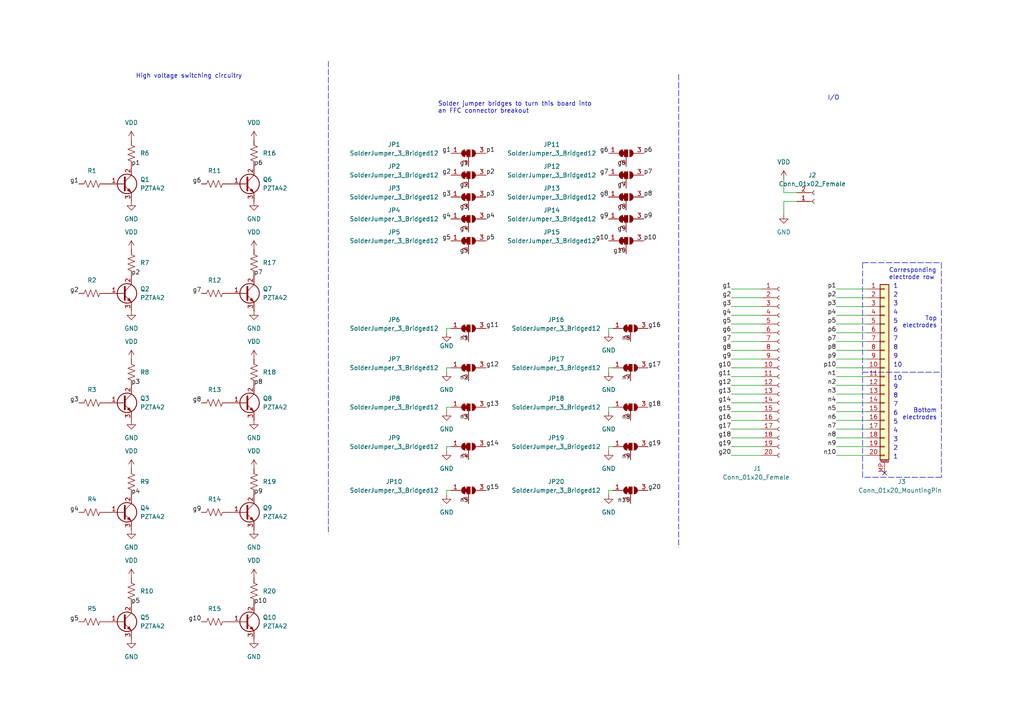
<source format=kicad_sch>
(kicad_sch (version 20211123) (generator eeschema)
  (paper "A4")
  (lib_symbols
    (symbol "Connector:Conn_01x02_Female" (pin_names (offset 1.016) hide)
      (property "Reference" "J" (at 0 2.54 0))
      (property "Value" "Conn_01x02_Female" (at 0 -5.08 0))
      (symbol "Conn_01x02_Female_1_1"
        (arc (start 0 -2.032) (mid -0.508 -2.54) (end 0 -3.048) (stroke (width 0.1524)))
        (polyline (pts (xy -1.27 -2.54) (xy -0.508 -2.54)) (stroke (width 0.1524)))
        (polyline (pts (xy -1.27 0) (xy -0.508 0)) (stroke (width 0.1524)))
        (arc (start 0 0.508) (mid -0.508 0) (end 0 -0.508) (stroke (width 0.1524)))
        (pin passive line (at -5.08 0 0) (length 3.81) (name "Pin_1") (number "1"))
        (pin passive line (at -5.08 -2.54 0) (length 3.81) (name "Pin_2") (number "2"))
      )
    )
    (symbol "Connector:Conn_01x20_Female" (pin_names (offset 1.016) hide)
      (property "Reference" "J" (at 0 25.4 0))
      (property "Value" "Conn_01x20_Female" (at 0 -27.94 0))
      (symbol "Conn_01x20_Female_1_1"
        (arc (start 0 -24.892) (mid -0.508 -25.4) (end 0 -25.908) (stroke (width 0.1524)))
        (arc (start 0 -22.352) (mid -0.508 -22.86) (end 0 -23.368) (stroke (width 0.1524)))
        (arc (start 0 -19.812) (mid -0.508 -20.32) (end 0 -20.828) (stroke (width 0.1524)))
        (arc (start 0 -17.272) (mid -0.508 -17.78) (end 0 -18.288) (stroke (width 0.1524)))
        (arc (start 0 -14.732) (mid -0.508 -15.24) (end 0 -15.748) (stroke (width 0.1524)))
        (arc (start 0 -12.192) (mid -0.508 -12.7) (end 0 -13.208) (stroke (width 0.1524)))
        (arc (start 0 -9.652) (mid -0.508 -10.16) (end 0 -10.668) (stroke (width 0.1524)))
        (arc (start 0 -7.112) (mid -0.508 -7.62) (end 0 -8.128) (stroke (width 0.1524)))
        (arc (start 0 -4.572) (mid -0.508 -5.08) (end 0 -5.588) (stroke (width 0.1524)))
        (arc (start 0 -2.032) (mid -0.508 -2.54) (end 0 -3.048) (stroke (width 0.1524)))
        (polyline (pts (xy -1.27 -25.4) (xy -0.508 -25.4)) (stroke (width 0.1524)))
        (polyline (pts (xy -1.27 -22.86) (xy -0.508 -22.86)) (stroke (width 0.1524)))
        (polyline (pts (xy -1.27 -20.32) (xy -0.508 -20.32)) (stroke (width 0.1524)))
        (polyline (pts (xy -1.27 -17.78) (xy -0.508 -17.78)) (stroke (width 0.1524)))
        (polyline (pts (xy -1.27 -15.24) (xy -0.508 -15.24)) (stroke (width 0.1524)))
        (polyline (pts (xy -1.27 -12.7) (xy -0.508 -12.7)) (stroke (width 0.1524)))
        (polyline (pts (xy -1.27 -10.16) (xy -0.508 -10.16)) (stroke (width 0.1524)))
        (polyline (pts (xy -1.27 -7.62) (xy -0.508 -7.62)) (stroke (width 0.1524)))
        (polyline (pts (xy -1.27 -5.08) (xy -0.508 -5.08)) (stroke (width 0.1524)))
        (polyline (pts (xy -1.27 -2.54) (xy -0.508 -2.54)) (stroke (width 0.1524)))
        (polyline (pts (xy -1.27 0) (xy -0.508 0)) (stroke (width 0.1524)))
        (polyline (pts (xy -1.27 2.54) (xy -0.508 2.54)) (stroke (width 0.1524)))
        (polyline (pts (xy -1.27 5.08) (xy -0.508 5.08)) (stroke (width 0.1524)))
        (polyline (pts (xy -1.27 7.62) (xy -0.508 7.62)) (stroke (width 0.1524)))
        (polyline (pts (xy -1.27 10.16) (xy -0.508 10.16)) (stroke (width 0.1524)))
        (polyline (pts (xy -1.27 12.7) (xy -0.508 12.7)) (stroke (width 0.1524)))
        (polyline (pts (xy -1.27 15.24) (xy -0.508 15.24)) (stroke (width 0.1524)))
        (polyline (pts (xy -1.27 17.78) (xy -0.508 17.78)) (stroke (width 0.1524)))
        (polyline (pts (xy -1.27 20.32) (xy -0.508 20.32)) (stroke (width 0.1524)))
        (polyline (pts (xy -1.27 22.86) (xy -0.508 22.86)) (stroke (width 0.1524)))
        (arc (start 0 0.508) (mid -0.508 0) (end 0 -0.508) (stroke (width 0.1524)))
        (arc (start 0 3.048) (mid -0.508 2.54) (end 0 2.032) (stroke (width 0.1524)))
        (arc (start 0 5.588) (mid -0.508 5.08) (end 0 4.572) (stroke (width 0.1524)))
        (arc (start 0 8.128) (mid -0.508 7.62) (end 0 7.112) (stroke (width 0.1524)))
        (arc (start 0 10.668) (mid -0.508 10.16) (end 0 9.652) (stroke (width 0.1524)))
        (arc (start 0 13.208) (mid -0.508 12.7) (end 0 12.192) (stroke (width 0.1524)))
        (arc (start 0 15.748) (mid -0.508 15.24) (end 0 14.732) (stroke (width 0.1524)))
        (arc (start 0 18.288) (mid -0.508 17.78) (end 0 17.272) (stroke (width 0.1524)))
        (arc (start 0 20.828) (mid -0.508 20.32) (end 0 19.812) (stroke (width 0.1524)))
        (arc (start 0 23.368) (mid -0.508 22.86) (end 0 22.352) (stroke (width 0.1524)))
        (pin passive line (at -5.08 22.86 0) (length 3.81) (name "Pin_1") (number "1"))
        (pin passive line (at -5.08 0 0) (length 3.81) (name "Pin_10") (number "10"))
        (pin passive line (at -5.08 -2.54 0) (length 3.81) (name "Pin_11") (number "11"))
        (pin passive line (at -5.08 -5.08 0) (length 3.81) (name "Pin_12") (number "12"))
        (pin passive line (at -5.08 -7.62 0) (length 3.81) (name "Pin_13") (number "13"))
        (pin passive line (at -5.08 -10.16 0) (length 3.81) (name "Pin_14") (number "14"))
        (pin passive line (at -5.08 -12.7 0) (length 3.81) (name "Pin_15") (number "15"))
        (pin passive line (at -5.08 -15.24 0) (length 3.81) (name "Pin_16") (number "16"))
        (pin passive line (at -5.08 -17.78 0) (length 3.81) (name "Pin_17") (number "17"))
        (pin passive line (at -5.08 -20.32 0) (length 3.81) (name "Pin_18") (number "18"))
        (pin passive line (at -5.08 -22.86 0) (length 3.81) (name "Pin_19") (number "19"))
        (pin passive line (at -5.08 20.32 0) (length 3.81) (name "Pin_2") (number "2"))
        (pin passive line (at -5.08 -25.4 0) (length 3.81) (name "Pin_20") (number "20"))
        (pin passive line (at -5.08 17.78 0) (length 3.81) (name "Pin_3") (number "3"))
        (pin passive line (at -5.08 15.24 0) (length 3.81) (name "Pin_4") (number "4"))
        (pin passive line (at -5.08 12.7 0) (length 3.81) (name "Pin_5") (number "5"))
        (pin passive line (at -5.08 10.16 0) (length 3.81) (name "Pin_6") (number "6"))
        (pin passive line (at -5.08 7.62 0) (length 3.81) (name "Pin_7") (number "7"))
        (pin passive line (at -5.08 5.08 0) (length 3.81) (name "Pin_8") (number "8"))
        (pin passive line (at -5.08 2.54 0) (length 3.81) (name "Pin_9") (number "9"))
      )
    )
    (symbol "Connector_Generic_MountingPin:Conn_01x20_MountingPin" (pin_names (offset 1.016) hide)
      (property "Reference" "J" (at 0 25.4 0))
      (property "Value" "Conn_01x20_MountingPin" (at 1.27 -27.94 0))
      (symbol "Conn_01x20_MountingPin_1_1"
        (rectangle (start -1.27 -25.273) (end 0 -25.527) (stroke (width 0.1524)))
        (rectangle (start -1.27 -22.733) (end 0 -22.987) (stroke (width 0.1524)))
        (rectangle (start -1.27 -20.193) (end 0 -20.447) (stroke (width 0.1524)))
        (rectangle (start -1.27 -17.653) (end 0 -17.907) (stroke (width 0.1524)))
        (rectangle (start -1.27 -15.113) (end 0 -15.367) (stroke (width 0.1524)))
        (rectangle (start -1.27 -12.573) (end 0 -12.827) (stroke (width 0.1524)))
        (rectangle (start -1.27 -10.033) (end 0 -10.287) (stroke (width 0.1524)))
        (rectangle (start -1.27 -7.493) (end 0 -7.747) (stroke (width 0.1524)))
        (rectangle (start -1.27 -4.953) (end 0 -5.207) (stroke (width 0.1524)))
        (rectangle (start -1.27 -2.413) (end 0 -2.667) (stroke (width 0.1524)))
        (rectangle (start -1.27 0.127) (end 0 -0.127) (stroke (width 0.1524)))
        (rectangle (start -1.27 2.667) (end 0 2.413) (stroke (width 0.1524)))
        (rectangle (start -1.27 5.207) (end 0 4.953) (stroke (width 0.1524)))
        (rectangle (start -1.27 7.747) (end 0 7.493) (stroke (width 0.1524)))
        (rectangle (start -1.27 10.287) (end 0 10.033) (stroke (width 0.1524)))
        (rectangle (start -1.27 12.827) (end 0 12.573) (stroke (width 0.1524)))
        (rectangle (start -1.27 15.367) (end 0 15.113) (stroke (width 0.1524)))
        (rectangle (start -1.27 17.907) (end 0 17.653) (stroke (width 0.1524)))
        (rectangle (start -1.27 20.447) (end 0 20.193) (stroke (width 0.1524)))
        (rectangle (start -1.27 22.987) (end 0 22.733) (stroke (width 0.1524)))
        (rectangle (start -1.27 24.13) (end 1.27 -26.67) (stroke (width 0.254)) (fill (type background)))
        (polyline (pts (xy -1.016 -27.432) (xy 1.016 -27.432)) (stroke (width 0.1524)))
        (text "Mounting" (at 0 -27.051 0) (effects (font (size 0.381 0.381))))
        (pin passive line (at -5.08 22.86 0) (length 3.81) (name "Pin_1") (number "1"))
        (pin passive line (at -5.08 0 0) (length 3.81) (name "Pin_10") (number "10"))
        (pin passive line (at -5.08 -2.54 0) (length 3.81) (name "Pin_11") (number "11"))
        (pin passive line (at -5.08 -5.08 0) (length 3.81) (name "Pin_12") (number "12"))
        (pin passive line (at -5.08 -7.62 0) (length 3.81) (name "Pin_13") (number "13"))
        (pin passive line (at -5.08 -10.16 0) (length 3.81) (name "Pin_14") (number "14"))
        (pin passive line (at -5.08 -12.7 0) (length 3.81) (name "Pin_15") (number "15"))
        (pin passive line (at -5.08 -15.24 0) (length 3.81) (name "Pin_16") (number "16"))
        (pin passive line (at -5.08 -17.78 0) (length 3.81) (name "Pin_17") (number "17"))
        (pin passive line (at -5.08 -20.32 0) (length 3.81) (name "Pin_18") (number "18"))
        (pin passive line (at -5.08 -22.86 0) (length 3.81) (name "Pin_19") (number "19"))
        (pin passive line (at -5.08 20.32 0) (length 3.81) (name "Pin_2") (number "2"))
        (pin passive line (at -5.08 -25.4 0) (length 3.81) (name "Pin_20") (number "20"))
        (pin passive line (at -5.08 17.78 0) (length 3.81) (name "Pin_3") (number "3"))
        (pin passive line (at -5.08 15.24 0) (length 3.81) (name "Pin_4") (number "4"))
        (pin passive line (at -5.08 12.7 0) (length 3.81) (name "Pin_5") (number "5"))
        (pin passive line (at -5.08 10.16 0) (length 3.81) (name "Pin_6") (number "6"))
        (pin passive line (at -5.08 7.62 0) (length 3.81) (name "Pin_7") (number "7"))
        (pin passive line (at -5.08 5.08 0) (length 3.81) (name "Pin_8") (number "8"))
        (pin passive line (at -5.08 2.54 0) (length 3.81) (name "Pin_9") (number "9"))
        (pin passive line (at 0 -30.48 90) (length 3.048) (name "MountPin") (number "MP"))
      )
    )
    (symbol "Device:R_US" (pin_numbers hide) (pin_names (offset 0))
      (property "Reference" "R" (at 2.54 0 90))
      (property "Value" "R_US" (at -2.54 0 90))
      (symbol "R_US_0_1"
        (polyline (pts (xy 0 -2.286) (xy 0 -2.54)))
        (polyline (pts (xy 0 2.286) (xy 0 2.54)))
        (polyline (pts (xy 0 -0.762) (xy 1.016 -1.143) (xy 0 -1.524) (xy -1.016 -1.905) (xy 0 -2.286)))
        (polyline (pts (xy 0 0.762) (xy 1.016 0.381) (xy 0 0) (xy -1.016 -0.381) (xy 0 -0.762)))
        (polyline (pts (xy 0 2.286) (xy 1.016 1.905) (xy 0 1.524) (xy -1.016 1.143) (xy 0 0.762)))
      )
      (symbol "R_US_1_1"
        (pin passive line (at 0 3.81 270) (length 1.27) (name "~") (number "1"))
        (pin passive line (at 0 -3.81 90) (length 1.27) (name "~") (number "2"))
      )
    )
    (symbol "Jumper:SolderJumper_3_Bridged12" (pin_names (offset 0) hide)
      (property "Reference" "JP" (at -2.54 -2.54 0))
      (property "Value" "SolderJumper_3_Bridged12" (at 0 2.794 0))
      (symbol "SolderJumper_3_Bridged12_0_1"
        (rectangle (start -1.016 0.508) (end -0.508 -0.508) (fill (type outline)))
        (arc (start -1.016 1.016) (mid -2.032 0) (end -1.016 -1.016))
        (arc (start -1.016 1.016) (mid -2.032 0) (end -1.016 -1.016) (fill (type outline)))
        (rectangle (start -0.508 1.016) (end 0.508 -1.016) (fill (type outline)))
        (polyline (pts (xy -2.54 0) (xy -2.032 0)))
        (polyline (pts (xy -1.016 1.016) (xy -1.016 -1.016)))
        (polyline (pts (xy 0 -1.27) (xy 0 -1.016)))
        (polyline (pts (xy 1.016 1.016) (xy 1.016 -1.016)))
        (polyline (pts (xy 2.54 0) (xy 2.032 0)))
        (arc (start 1.016 -1.016) (mid 2.032 0) (end 1.016 1.016))
        (arc (start 1.016 -1.016) (mid 2.032 0) (end 1.016 1.016) (fill (type outline)))
      )
      (symbol "SolderJumper_3_Bridged12_1_1"
        (pin passive line (at -5.08 0 0) (length 2.54) (name "A") (number "1"))
        (pin passive line (at 0 -3.81 90) (length 2.54) (name "C") (number "2"))
        (pin passive line (at 5.08 0 180) (length 2.54) (name "B") (number "3"))
      )
    )
    (symbol "Transistor_BJT:PZTA42" (pin_names (offset 0) hide)
      (property "Reference" "Q" (at 5.08 1.905 0))
      (property "Value" "PZTA42" (at 5.08 0 0))
      (symbol "PZTA42_0_1"
        (polyline (pts (xy 0 0) (xy 0.635 0)))
        (polyline (pts (xy 2.54 -2.54) (xy 0.635 -0.635)))
        (polyline (pts (xy 2.54 2.54) (xy 0.635 0.635)))
        (polyline (pts (xy 0.635 1.905) (xy 0.635 -1.905) (xy 0.635 -1.905)) (stroke (width 0.508)))
        (polyline (pts (xy 2.286 -2.286) (xy 1.778 -1.778) (xy 1.778 -1.778)))
        (polyline (pts (xy 1.397 -1.905) (xy 1.905 -1.397) (xy 2.413 -2.413) (xy 1.397 -1.905) (xy 1.397 -1.905)) (fill (type outline)))
        (circle (center 1.27 0) (radius 2.8194) (stroke (width 0.254)))
      )
      (symbol "PZTA42_1_1"
        (pin input line (at -5.08 0 0) (length 5.08) (name "B") (number "1"))
        (pin passive line (at 2.54 5.08 270) (length 2.54) (name "C") (number "2"))
        (pin passive line (at 2.54 -5.08 90) (length 2.54) (name "E") (number "3"))
      )
    )
    (symbol "power:GND" (power) (pin_names (offset 0))
      (property "Value" "GND" (at 0 -3.81 0))
      (symbol "GND_0_1"
        (polyline (pts (xy 0 0) (xy 0 -1.27) (xy 1.27 -1.27) (xy 0 -2.54) (xy -1.27 -1.27) (xy 0 -1.27)))
      )
      (symbol "GND_1_1"
        (pin power_in line (at 0 0 270) (length 0) hide (name "GND") (number "1"))
      )
    )
    (symbol "power:VDD" (power) (pin_names (offset 0))
      (property "Value" "VDD" (at 0 3.81 0))
      (symbol "VDD_0_1"
        (polyline (pts (xy -0.762 1.27) (xy 0 2.54)))
        (polyline (pts (xy 0 0) (xy 0 2.54)))
        (polyline (pts (xy 0 2.54) (xy 0.762 1.27)))
      )
      (symbol "VDD_1_1"
        (pin power_in line (at 0 0 90) (length 0) hide (name "VDD") (number "1"))
      )
    )
  )
  (no_connect (at 256.54 137.16))
  (wire (pts (xy 212.09 83.82) (xy 220.98 83.82)))
  (wire (pts (xy 242.57 91.44) (xy 251.46 91.44)))
  (wire (pts (xy 212.09 104.14) (xy 220.98 104.14)))
  (polyline (pts (xy 273.05 138.43) (xy 250.19 138.43)))
  (wire (pts (xy 130.81 129.54) (xy 129.54 129.54)))
  (wire (pts (xy 212.09 114.3) (xy 220.98 114.3)))
  (wire (pts (xy 129.54 129.54) (xy 129.54 130.81)))
  (polyline (pts (xy 250.19 76.2) (xy 273.05 76.2)))
  (polyline (pts (xy 250.19 138.43) (xy 250.19 107.95)))
  (wire (pts (xy 176.53 95.25) (xy 176.53 96.52)))
  (wire (pts (xy 177.8 129.54) (xy 176.53 129.54)))
  (wire (pts (xy 242.57 101.6) (xy 251.46 101.6)))
  (wire (pts (xy 227.33 58.42) (xy 227.33 62.23)))
  (wire (pts (xy 242.57 88.9) (xy 251.46 88.9)))
  (wire (pts (xy 242.57 132.08) (xy 251.46 132.08)))
  (wire (pts (xy 242.57 129.54) (xy 251.46 129.54)))
  (wire (pts (xy 130.81 118.11) (xy 129.54 118.11)))
  (wire (pts (xy 212.09 93.98) (xy 220.98 93.98)))
  (wire (pts (xy 130.81 95.25) (xy 129.54 95.25)))
  (wire (pts (xy 176.53 142.24) (xy 176.53 143.51)))
  (wire (pts (xy 129.54 118.11) (xy 129.54 119.38)))
  (wire (pts (xy 177.8 142.24) (xy 176.53 142.24)))
  (polyline (pts (xy 250.19 107.95) (xy 273.05 107.95)))
  (polyline (pts (xy 95.25 17.78) (xy 95.25 154.94)))
  (wire (pts (xy 130.81 142.24) (xy 129.54 142.24)))
  (wire (pts (xy 212.09 129.54) (xy 220.98 129.54)))
  (wire (pts (xy 212.09 91.44) (xy 220.98 91.44)))
  (wire (pts (xy 176.53 118.11) (xy 176.53 119.38)))
  (wire (pts (xy 242.57 127) (xy 251.46 127)))
  (wire (pts (xy 242.57 83.82) (xy 251.46 83.82)))
  (wire (pts (xy 176.53 129.54) (xy 176.53 130.81)))
  (wire (pts (xy 212.09 109.22) (xy 220.98 109.22)))
  (wire (pts (xy 242.57 96.52) (xy 251.46 96.52)))
  (wire (pts (xy 242.57 114.3) (xy 251.46 114.3)))
  (wire (pts (xy 212.09 96.52) (xy 220.98 96.52)))
  (wire (pts (xy 177.8 95.25) (xy 176.53 95.25)))
  (wire (pts (xy 129.54 95.25) (xy 129.54 96.52)))
  (wire (pts (xy 177.8 118.11) (xy 176.53 118.11)))
  (wire (pts (xy 242.57 116.84) (xy 251.46 116.84)))
  (wire (pts (xy 242.57 99.06) (xy 251.46 99.06)))
  (wire (pts (xy 130.81 106.68) (xy 129.54 106.68)))
  (wire (pts (xy 227.33 52.07) (xy 227.33 55.88)))
  (wire (pts (xy 212.09 99.06) (xy 220.98 99.06)))
  (wire (pts (xy 212.09 86.36) (xy 220.98 86.36)))
  (wire (pts (xy 177.8 106.68) (xy 176.53 106.68)))
  (wire (pts (xy 129.54 142.24) (xy 129.54 143.51)))
  (wire (pts (xy 129.54 106.68) (xy 129.54 107.95)))
  (wire (pts (xy 242.57 93.98) (xy 251.46 93.98)))
  (polyline (pts (xy 196.85 21.59) (xy 196.85 158.75)))
  (wire (pts (xy 231.14 58.42) (xy 227.33 58.42)))
  (wire (pts (xy 212.09 88.9) (xy 220.98 88.9)))
  (polyline (pts (xy 273.05 76.2) (xy 273.05 107.95)))
  (wire (pts (xy 212.09 101.6) (xy 220.98 101.6)))
  (wire (pts (xy 212.09 111.76) (xy 220.98 111.76)))
  (wire (pts (xy 212.09 116.84) (xy 220.98 116.84)))
  (polyline (pts (xy 250.19 76.2) (xy 250.19 107.95)))
  (wire (pts (xy 242.57 86.36) (xy 251.46 86.36)))
  (wire (pts (xy 227.33 55.88) (xy 231.14 55.88)))
  (wire (pts (xy 212.09 127) (xy 220.98 127)))
  (wire (pts (xy 242.57 121.92) (xy 251.46 121.92)))
  (wire (pts (xy 242.57 109.22) (xy 251.46 109.22)))
  (polyline (pts (xy 273.05 107.95) (xy 273.05 138.43)))
  (wire (pts (xy 212.09 132.08) (xy 220.98 132.08)))
  (wire (pts (xy 212.09 124.46) (xy 220.98 124.46)))
  (wire (pts (xy 242.57 124.46) (xy 251.46 124.46)))
  (wire (pts (xy 212.09 106.68) (xy 220.98 106.68)))
  (wire (pts (xy 176.53 106.68) (xy 176.53 107.95)))
  (wire (pts (xy 242.57 104.14) (xy 251.46 104.14)))
  (wire (pts (xy 212.09 121.92) (xy 220.98 121.92)))
  (wire (pts (xy 242.57 111.76) (xy 251.46 111.76)))
  (wire (pts (xy 242.57 106.68) (xy 251.46 106.68)))
  (wire (pts (xy 212.09 119.38) (xy 220.98 119.38)))
  (wire (pts (xy 242.57 119.38) (xy 251.46 119.38)))
  (text "4" (at 259.08 125.73 0) (effects (font (size 1.27 1.27)) (justify left bottom)))
  (text "4" (at 259.08 91.44 0) (effects (font (size 1.27 1.27)) (justify left bottom)))
  (text "7" (at 259.08 118.11 0) (effects (font (size 1.27 1.27)) (justify left bottom)))
  (text "8" (at 259.08 101.6 0) (effects (font (size 1.27 1.27)) (justify left bottom)))
  (text "9" (at 259.08 113.03 0) (effects (font (size 1.27 1.27)) (justify left bottom)))
  (text "6" (at 259.08 96.52 0) (effects (font (size 1.27 1.27)) (justify left bottom)))
  (text "1" (at 259.08 133.35 0) (effects (font (size 1.27 1.27)) (justify left bottom)))
  (text "Bottom\nelectrodes" (at 271.78 121.92 180) (effects (font (size 1.27 1.27)) (justify right bottom)))
  (text "6" (at 259.08 120.65 0) (effects (font (size 1.27 1.27)) (justify left bottom)))
  (text "8" (at 259.08 115.57 0) (effects (font (size 1.27 1.27)) (justify left bottom)))
  (text "High voltage switching circuitry" (at 39.37 22.86 0) (effects (font (size 1.27 1.27)) (justify left bottom)))
  (text "10\n" (at 259.08 106.68 0) (effects (font (size 1.27 1.27)) (justify left bottom)))
  (text "5" (at 259.08 93.98 0) (effects (font (size 1.27 1.27)) (justify left bottom)))
  (text "1" (at 259.08 83.82 0) (effects (font (size 1.27 1.27)) (justify left bottom)))
  (text "9" (at 259.08 104.14 0) (effects (font (size 1.27 1.27)) (justify left bottom)))
  (text "7" (at 259.08 99.06 0) (effects (font (size 1.27 1.27)) (justify left bottom)))
  (text "2" (at 259.08 130.81 0) (effects (font (size 1.27 1.27)) (justify left bottom)))
  (text "Top\nelectrodes" (at 271.78 95.25 180) (effects (font (size 1.27 1.27)) (justify right bottom)))
  (text "3" (at 259.08 88.9 0) (effects (font (size 1.27 1.27)) (justify left bottom)))
  (text "2\n" (at 259.08 86.36 0) (effects (font (size 1.27 1.27)) (justify left bottom)))
  (text "10" (at 259.08 110.49 0) (effects (font (size 1.27 1.27)) (justify left bottom)))
  (text "3" (at 259.08 128.27 0) (effects (font (size 1.27 1.27)) (justify left bottom)))
  (text "Corresponding\nelectrode row" (at 257.81 81.28 0) (effects (font (size 1.27 1.27)) (justify left bottom)))
  (text "5" (at 259.08 123.19 0) (effects (font (size 1.27 1.27)) (justify left bottom)))
  (text "Solder jumper bridges to turn this board into\nan FFC connector breakout" (at 127 33.02 0) (effects (font (size 1.27 1.27)) (justify left bottom)))
  (text "I/O" (at 240.03 29.21 0) (effects (font (size 1.27 1.27)) (justify left bottom)))
  (label "g19" (at 187.96 129.54 0))
  (label "p5" (at 38.1 175.26 0))
  (label "p3" (at 38.1 111.76 0))
  (label "n4" (at 135.89 133.35 180))
  (label "p9" (at 73.66 143.51 0))
  (label "g9" (at 58.42 148.59 180))
  (label "n10" (at 242.57 132.08 180))
  (label "n1" (at 242.57 109.22 180))
  (label "p2" (at 242.57 86.36 180))
  (label "g14" (at 140.97 129.54 0))
  (label "g3" (at 135.89 60.96 180))
  (label "p4" (at 140.97 63.5 0))
  (label "p4" (at 242.57 91.44 180))
  (label "p5" (at 140.97 69.85 0))
  (label "p6" (at 73.66 48.26 0))
  (label "n7" (at 182.88 110.49 180))
  (label "n7" (at 242.57 124.46 180))
  (label "p6" (at 186.69 44.45 0))
  (label "n9" (at 242.57 129.54 180))
  (label "n8" (at 182.88 121.92 180))
  (label "g6" (at 212.09 96.52 180))
  (label "g9" (at 176.53 63.5 180))
  (label "n3" (at 242.57 114.3 180))
  (label "g18" (at 187.96 118.11 0))
  (label "p7" (at 242.57 99.06 180))
  (label "p10" (at 73.66 175.26 0))
  (label "g6" (at 58.42 53.34 180))
  (label "g15" (at 140.97 142.24 0))
  (label "g5" (at 22.86 180.34 180))
  (label "g2" (at 212.09 86.36 180))
  (label "g17" (at 212.09 124.46 180))
  (label "p9" (at 186.69 63.5 0))
  (label "g5" (at 130.81 69.85 180))
  (label "g14" (at 212.09 116.84 180))
  (label "g13" (at 212.09 114.3 180))
  (label "p1" (at 38.1 48.26 0))
  (label "n6" (at 182.88 99.06 180))
  (label "p8" (at 73.66 111.76 0))
  (label "p5" (at 242.57 93.98 180))
  (label "g10" (at 181.61 73.66 180))
  (label "g3" (at 130.81 57.15 180))
  (label "g4" (at 22.86 148.59 180))
  (label "p2" (at 38.1 80.01 0))
  (label "n9" (at 182.88 133.35 180))
  (label "n2" (at 242.57 111.76 180))
  (label "n4" (at 242.57 116.84 180))
  (label "g19" (at 212.09 129.54 180))
  (label "p3" (at 140.97 57.15 0))
  (label "g12" (at 140.97 106.68 0))
  (label "g7" (at 176.53 50.8 180))
  (label "g7" (at 58.42 85.09 180))
  (label "g3" (at 22.86 116.84 180))
  (label "g10" (at 176.53 69.85 180))
  (label "g20" (at 187.96 142.24 0))
  (label "g11" (at 140.97 95.25 0))
  (label "p1" (at 140.97 44.45 0))
  (label "g1" (at 22.86 53.34 180))
  (label "p4" (at 38.1 143.51 0))
  (label "g3" (at 212.09 88.9 180))
  (label "p3" (at 242.57 88.9 180))
  (label "p9" (at 242.57 104.14 180))
  (label "n3" (at 135.89 121.92 180))
  (label "g10" (at 58.42 180.34 180))
  (label "g2" (at 22.86 85.09 180))
  (label "g7" (at 181.61 54.61 180))
  (label "g9" (at 212.09 104.14 180))
  (label "n1" (at 135.89 99.06 180))
  (label "p2" (at 140.97 50.8 0))
  (label "g8" (at 58.42 116.84 180))
  (label "g5" (at 135.89 73.66 180))
  (label "g6" (at 176.53 44.45 180))
  (label "g6" (at 181.61 48.26 180))
  (label "p8" (at 186.69 57.15 0))
  (label "g20" (at 212.09 132.08 180))
  (label "n8" (at 242.57 127 180))
  (label "p7" (at 186.69 50.8 0))
  (label "g12" (at 212.09 111.76 180))
  (label "g18" (at 212.09 127 180))
  (label "g10" (at 212.09 106.68 180))
  (label "g1" (at 135.89 48.26 180))
  (label "p10" (at 242.57 106.68 180))
  (label "n5" (at 242.57 119.38 180))
  (label "n6" (at 242.57 121.92 180))
  (label "n10" (at 182.88 146.05 180))
  (label "p10" (at 186.69 69.85 0))
  (label "g1" (at 212.09 83.82 180))
  (label "g9" (at 181.61 67.31 180))
  (label "p8" (at 242.57 101.6 180))
  (label "g16" (at 187.96 95.25 0))
  (label "p1" (at 242.57 83.82 180))
  (label "g8" (at 176.53 57.15 180))
  (label "g17" (at 187.96 106.68 0))
  (label "g8" (at 212.09 101.6 180))
  (label "g4" (at 135.89 67.31 180))
  (label "g5" (at 212.09 93.98 180))
  (label "g2" (at 135.89 54.61 180))
  (label "g7" (at 212.09 99.06 180))
  (label "g15" (at 212.09 119.38 180))
  (label "p7" (at 73.66 80.01 0))
  (label "g4" (at 212.09 91.44 180))
  (label "n5" (at 135.89 146.05 180))
  (label "g4" (at 130.81 63.5 180))
  (label "g13" (at 140.97 118.11 0))
  (label "n2" (at 135.89 110.49 180))
  (label "g16" (at 212.09 121.92 180))
  (label "g8" (at 181.61 60.96 180))
  (label "g2" (at 130.81 50.8 180))
  (label "g1" (at 130.81 44.45 180))
  (label "p6" (at 242.57 96.52 180))
  (label "g11" (at 212.09 109.22 180))
  (symbol (lib_id "Jumper:SolderJumper_3_Bridged12") (at 181.61 69.85 0) (unit 1)
    (property "Reference" "JP15" (at 160.02 67.31 0))
    (property "Value" "SolderJumper_3_Bridged12" (at 160.02 69.85 0))
    (property "Footprint" "Jumper:SolderJumper-3_P1.3mm_Bridged12_RoundedPad1.0x1.5mm" (effects hide))
  )
  (symbol (lib_id "power:VDD") (at 73.66 104.14 0) (unit 1)
    (property "Reference" "#PWR015" (effects hide))
    (property "Value" "VDD" (at 73.66 99.06 0))
  )
  (symbol (lib_id "Device:R_US") (at 26.67 85.09 90) (unit 1)
    (property "Reference" "R2" (at 26.67 81.28 90))
    (property "Value" "R_US" (effects hide))
    (property "Footprint" "Resistor_SMD:R_MELF_MMB-0207" (effects hide))
  )
  (symbol (lib_id "power:VDD") (at 73.66 167.64 0) (unit 1)
    (property "Reference" "#PWR019" (effects hide))
    (property "Value" "VDD" (at 73.66 162.56 0))
  )
  (symbol (lib_id "Device:R_US") (at 26.67 180.34 90) (unit 1)
    (property "Reference" "R5" (at 26.67 176.53 90))
    (property "Value" "R_US" (effects hide))
    (property "Footprint" "Resistor_SMD:R_MELF_MMB-0207" (effects hide))
  )
  (symbol (lib_id "Jumper:SolderJumper_3_Bridged12") (at 182.88 142.24 0) (unit 1)
    (property "Reference" "JP20" (at 161.29 139.7 0))
    (property "Value" "SolderJumper_3_Bridged12" (at 161.29 142.24 0))
    (property "Footprint" "Jumper:SolderJumper-3_P1.3mm_Bridged12_RoundedPad1.0x1.5mm" (effects hide))
  )
  (symbol (lib_id "Jumper:SolderJumper_3_Bridged12") (at 182.88 129.54 0) (unit 1)
    (property "Reference" "JP19" (at 161.29 127 0))
    (property "Value" "SolderJumper_3_Bridged12" (at 161.29 129.54 0))
    (property "Footprint" "Jumper:SolderJumper-3_P1.3mm_Bridged12_RoundedPad1.0x1.5mm" (effects hide))
  )
  (symbol (lib_id "power:GND") (at 129.54 119.38 0) (unit 1)
    (property "Reference" "#PWR023" (effects hide))
    (property "Value" "GND" (at 129.54 124.46 0))
  )
  (symbol (lib_id "Device:R_US") (at 38.1 44.45 180) (unit 1)
    (property "Reference" "R6" (at 40.64 44.4499 0) (effects (justify right)))
    (property "Value" "R_US" (effects hide))
    (property "Footprint" "Resistor_SMD:R_MELF_MMB-0207" (effects hide))
  )
  (symbol (lib_id "power:GND") (at 176.53 107.95 0) (unit 1)
    (property "Reference" "#PWR027" (effects hide))
    (property "Value" "GND" (at 176.53 113.03 0))
  )
  (symbol (lib_id "Device:R_US") (at 62.23 148.59 90) (unit 1)
    (property "Reference" "R14" (at 62.23 144.78 90))
    (property "Value" "R_US" (effects hide))
    (property "Footprint" "Resistor_SMD:R_MELF_MMB-0207" (effects hide))
  )
  (symbol (lib_id "Transistor_BJT:PZTA42") (at 35.56 148.59 0) (unit 1)
    (property "Reference" "Q4" (at 40.64 147.3199 0) (effects (justify left)))
    (property "Value" "PZTA42" (at 40.64 149.8599 0) (effects (justify left)))
    (property "Footprint" "Package_TO_SOT_SMD:SOT-223-3_TabPin2" (effects hide))
    (property "Datasheet" "https://www.onsemi.com/pub/Collateral/PZTA42T1-D.PDF" (effects hide))
  )
  (symbol (lib_id "Jumper:SolderJumper_3_Bridged12") (at 135.89 118.11 0) (unit 1)
    (property "Reference" "JP8" (at 114.3 115.57 0))
    (property "Value" "SolderJumper_3_Bridged12" (at 114.3 118.11 0))
    (property "Footprint" "Jumper:SolderJumper-3_P1.3mm_Bridged12_RoundedPad1.0x1.5mm" (effects hide))
  )
  (symbol (lib_id "Jumper:SolderJumper_3_Bridged12") (at 181.61 44.45 0) (unit 1)
    (property "Reference" "JP11" (at 160.02 41.91 0))
    (property "Value" "SolderJumper_3_Bridged12" (at 160.02 44.45 0))
    (property "Footprint" "Jumper:SolderJumper-3_P1.3mm_Bridged12_RoundedPad1.0x1.5mm" (effects hide))
  )
  (symbol (lib_id "power:VDD") (at 73.66 72.39 0) (unit 1)
    (property "Reference" "#PWR013" (effects hide))
    (property "Value" "VDD" (at 73.66 67.31 0))
  )
  (symbol (lib_id "power:GND") (at 73.66 58.42 0) (unit 1)
    (property "Reference" "#PWR012" (effects hide))
    (property "Value" "GND" (at 73.66 63.5 0))
  )
  (symbol (lib_id "Device:R_US") (at 73.66 44.45 180) (unit 1)
    (property "Reference" "R16" (at 76.2 44.4499 0) (effects (justify right)))
    (property "Value" "R_US" (effects hide))
    (property "Footprint" "Resistor_SMD:R_MELF_MMB-0207" (effects hide))
  )
  (symbol (lib_id "Transistor_BJT:PZTA42") (at 71.12 85.09 0) (unit 1)
    (property "Reference" "Q7" (at 76.2 83.8199 0) (effects (justify left)))
    (property "Value" "PZTA42" (at 76.2 86.3599 0) (effects (justify left)))
    (property "Footprint" "Package_TO_SOT_SMD:SOT-223-3_TabPin2" (effects hide))
    (property "Datasheet" "https://www.onsemi.com/pub/Collateral/PZTA42T1-D.PDF" (effects hide))
  )
  (symbol (lib_id "power:GND") (at 38.1 58.42 0) (unit 1)
    (property "Reference" "#PWR02" (effects hide))
    (property "Value" "GND" (at 38.1 63.5 0))
  )
  (symbol (lib_id "Device:R_US") (at 38.1 139.7 180) (unit 1)
    (property "Reference" "R9" (at 40.64 139.6999 0) (effects (justify right)))
    (property "Value" "R_US" (effects hide))
    (property "Footprint" "Resistor_SMD:R_MELF_MMB-0207" (effects hide))
  )
  (symbol (lib_id "Device:R_US") (at 26.67 53.34 90) (unit 1)
    (property "Reference" "R1" (at 26.67 49.53 90))
    (property "Value" "R_US" (effects hide))
    (property "Footprint" "Resistor_SMD:R_MELF_MMB-0207" (effects hide))
  )
  (symbol (lib_id "Jumper:SolderJumper_3_Bridged12") (at 135.89 69.85 0) (unit 1)
    (property "Reference" "JP5" (at 114.3 67.31 0))
    (property "Value" "SolderJumper_3_Bridged12" (at 114.3 69.85 0))
    (property "Footprint" "Jumper:SolderJumper-3_P1.3mm_Bridged12_RoundedPad1.0x1.5mm" (effects hide))
  )
  (symbol (lib_id "power:GND") (at 176.53 96.52 0) (unit 1)
    (property "Reference" "#PWR026" (effects hide))
    (property "Value" "GND" (at 176.53 101.6 0))
  )
  (symbol (lib_id "Device:R_US") (at 62.23 116.84 90) (unit 1)
    (property "Reference" "R13" (at 62.23 113.03 90))
    (property "Value" "R_US" (effects hide))
    (property "Footprint" "Resistor_SMD:R_MELF_MMB-0207" (effects hide))
  )
  (symbol (lib_id "power:VDD") (at 73.66 135.89 0) (unit 1)
    (property "Reference" "#PWR017" (effects hide))
    (property "Value" "VDD" (at 73.66 130.81 0))
  )
  (symbol (lib_id "power:VDD") (at 38.1 167.64 0) (unit 1)
    (property "Reference" "#PWR09" (effects hide))
    (property "Value" "VDD" (at 38.1 162.56 0))
  )
  (symbol (lib_id "power:GND") (at 38.1 121.92 0) (unit 1)
    (property "Reference" "#PWR06" (effects hide))
    (property "Value" "GND" (at 38.1 127 0))
  )
  (symbol (lib_id "Device:R_US") (at 73.66 139.7 180) (unit 1)
    (property "Reference" "R19" (at 76.2 139.6999 0) (effects (justify right)))
    (property "Value" "R_US" (effects hide))
    (property "Footprint" "Resistor_SMD:R_MELF_MMB-0207" (effects hide))
  )
  (symbol (lib_id "Transistor_BJT:PZTA42") (at 35.56 180.34 0) (unit 1)
    (property "Reference" "Q5" (at 40.64 179.0699 0) (effects (justify left)))
    (property "Value" "PZTA42" (at 40.64 181.6099 0) (effects (justify left)))
    (property "Footprint" "Package_TO_SOT_SMD:SOT-223-3_TabPin2" (effects hide))
    (property "Datasheet" "https://www.onsemi.com/pub/Collateral/PZTA42T1-D.PDF" (effects hide))
  )
  (symbol (lib_id "power:GND") (at 129.54 107.95 0) (unit 1)
    (property "Reference" "#PWR022" (effects hide))
    (property "Value" "GND" (at 129.54 113.03 0))
  )
  (symbol (lib_id "power:VDD") (at 38.1 72.39 0) (unit 1)
    (property "Reference" "#PWR03" (effects hide))
    (property "Value" "VDD" (at 38.1 67.31 0))
  )
  (symbol (lib_id "power:VDD") (at 227.33 52.07 0) (unit 1)
    (property "Reference" "#PWR031" (effects hide))
    (property "Value" "VDD" (at 227.33 46.99 0))
  )
  (symbol (lib_id "power:GND") (at 38.1 153.67 0) (unit 1)
    (property "Reference" "#PWR08" (effects hide))
    (property "Value" "GND" (at 38.1 158.75 0))
  )
  (symbol (lib_id "Device:R_US") (at 38.1 171.45 180) (unit 1)
    (property "Reference" "R10" (at 40.64 171.4499 0) (effects (justify right)))
    (property "Value" "R_US" (effects hide))
    (property "Footprint" "Resistor_SMD:R_MELF_MMB-0207" (effects hide))
  )
  (symbol (lib_id "Jumper:SolderJumper_3_Bridged12") (at 135.89 44.45 0) (unit 1)
    (property "Reference" "JP1" (at 114.3 41.91 0))
    (property "Value" "SolderJumper_3_Bridged12" (at 114.3 44.45 0))
    (property "Footprint" "Jumper:SolderJumper-3_P1.3mm_Bridged12_RoundedPad1.0x1.5mm" (effects hide))
  )
  (symbol (lib_id "power:GND") (at 176.53 119.38 0) (unit 1)
    (property "Reference" "#PWR028" (effects hide))
    (property "Value" "GND" (at 176.53 124.46 0))
  )
  (symbol (lib_id "Jumper:SolderJumper_3_Bridged12") (at 135.89 106.68 0) (unit 1)
    (property "Reference" "JP7" (at 114.3 104.14 0))
    (property "Value" "SolderJumper_3_Bridged12" (at 114.3 106.68 0))
    (property "Footprint" "Jumper:SolderJumper-3_P1.3mm_Bridged12_RoundedPad1.0x1.5mm" (effects hide))
  )
  (symbol (lib_id "Transistor_BJT:PZTA42") (at 35.56 116.84 0) (unit 1)
    (property "Reference" "Q3" (at 40.64 115.5699 0) (effects (justify left)))
    (property "Value" "PZTA42" (at 40.64 118.1099 0) (effects (justify left)))
    (property "Footprint" "Package_TO_SOT_SMD:SOT-223-3_TabPin2" (effects hide))
    (property "Datasheet" "https://www.onsemi.com/pub/Collateral/PZTA42T1-D.PDF" (effects hide))
  )
  (symbol (lib_id "Device:R_US") (at 26.67 148.59 90) (unit 1)
    (property "Reference" "R4" (at 26.67 144.78 90))
    (property "Value" "R_US" (effects hide))
    (property "Footprint" "Resistor_SMD:R_MELF_MMB-0207" (effects hide))
  )
  (symbol (lib_id "Device:R_US") (at 62.23 53.34 90) (unit 1)
    (property "Reference" "R11" (at 62.23 49.53 90))
    (property "Value" "R_US" (effects hide))
    (property "Footprint" "Resistor_SMD:R_MELF_MMB-0207" (effects hide))
  )
  (symbol (lib_id "Transistor_BJT:PZTA42") (at 71.12 116.84 0) (unit 1)
    (property "Reference" "Q8" (at 76.2 115.5699 0) (effects (justify left)))
    (property "Value" "PZTA42" (at 76.2 118.1099 0) (effects (justify left)))
    (property "Footprint" "Package_TO_SOT_SMD:SOT-223-3_TabPin2" (effects hide))
    (property "Datasheet" "https://www.onsemi.com/pub/Collateral/PZTA42T1-D.PDF" (effects hide))
  )
  (symbol (lib_id "power:GND") (at 129.54 143.51 0) (unit 1)
    (property "Reference" "#PWR025" (effects hide))
    (property "Value" "GND" (at 129.54 148.59 0))
  )
  (symbol (lib_id "Jumper:SolderJumper_3_Bridged12") (at 135.89 142.24 0) (unit 1)
    (property "Reference" "JP10" (at 114.3 139.7 0))
    (property "Value" "SolderJumper_3_Bridged12" (at 114.3 142.24 0))
    (property "Footprint" "Jumper:SolderJumper-3_P1.3mm_Bridged12_RoundedPad1.0x1.5mm" (effects hide))
  )
  (symbol (lib_id "power:GND") (at 73.66 90.17 0) (unit 1)
    (property "Reference" "#PWR014" (effects hide))
    (property "Value" "GND" (at 73.66 95.25 0))
  )
  (symbol (lib_id "Device:R_US") (at 38.1 76.2 180) (unit 1)
    (property "Reference" "R7" (at 40.64 76.1999 0) (effects (justify right)))
    (property "Value" "R_US" (effects hide))
    (property "Footprint" "Resistor_SMD:R_MELF_MMB-0207" (effects hide))
  )
  (symbol (lib_id "Jumper:SolderJumper_3_Bridged12") (at 182.88 95.25 0) (unit 1)
    (property "Reference" "JP16" (at 161.29 92.71 0))
    (property "Value" "SolderJumper_3_Bridged12" (at 161.29 95.25 0))
    (property "Footprint" "Jumper:SolderJumper-3_P1.3mm_Bridged12_RoundedPad1.0x1.5mm" (effects hide))
  )
  (symbol (lib_id "power:GND") (at 129.54 130.81 0) (unit 1)
    (property "Reference" "#PWR024" (effects hide))
    (property "Value" "GND" (at 129.54 135.89 0))
  )
  (symbol (lib_id "power:GND") (at 73.66 153.67 0) (unit 1)
    (property "Reference" "#PWR018" (effects hide))
    (property "Value" "GND" (at 73.66 158.75 0))
  )
  (symbol (lib_id "Connector_Generic_MountingPin:Conn_01x20_MountingPin") (at 256.54 106.68 0) (unit 1)
    (property "Reference" "J3" (at 260.35 139.7 0) (effects (justify left)))
    (property "Value" "Conn_01x20_MountingPin" (at 248.92 142.24 0) (effects (justify left)))
    (property "Footprint" "Connector_FFC-FPC:Hirose_FH12-20S-0.5SH_1x20-1MP_P0.50mm_Horizontal" (effects hide))
  )
  (symbol (lib_id "Device:R_US") (at 38.1 107.95 180) (unit 1)
    (property "Reference" "R8" (at 40.64 107.9499 0) (effects (justify right)))
    (property "Value" "R_US" (effects hide))
    (property "Footprint" "Resistor_SMD:R_MELF_MMB-0207" (effects hide))
  )
  (symbol (lib_id "Transistor_BJT:PZTA42") (at 71.12 180.34 0) (unit 1)
    (property "Reference" "Q10" (at 76.2 179.0699 0) (effects (justify left)))
    (property "Value" "PZTA42" (at 76.2 181.6099 0) (effects (justify left)))
    (property "Footprint" "Package_TO_SOT_SMD:SOT-223-3_TabPin2" (effects hide))
    (property "Datasheet" "https://www.onsemi.com/pub/Collateral/PZTA42T1-D.PDF" (effects hide))
  )
  (symbol (lib_id "Jumper:SolderJumper_3_Bridged12") (at 135.89 95.25 0) (unit 1)
    (property "Reference" "JP6" (at 114.3 92.71 0))
    (property "Value" "SolderJumper_3_Bridged12" (at 114.3 95.25 0))
    (property "Footprint" "Jumper:SolderJumper-3_P1.3mm_Bridged12_RoundedPad1.0x1.5mm" (effects hide))
  )
  (symbol (lib_id "Jumper:SolderJumper_3_Bridged12") (at 135.89 57.15 0) (unit 1)
    (property "Reference" "JP3" (at 114.3 54.61 0))
    (property "Value" "SolderJumper_3_Bridged12" (at 114.3 57.15 0))
    (property "Footprint" "Jumper:SolderJumper-3_P1.3mm_Bridged12_RoundedPad1.0x1.5mm" (effects hide))
  )
  (symbol (lib_id "Jumper:SolderJumper_3_Bridged12") (at 135.89 63.5 0) (unit 1)
    (property "Reference" "JP4" (at 114.3 60.96 0))
    (property "Value" "SolderJumper_3_Bridged12" (at 114.3 63.5 0))
    (property "Footprint" "Jumper:SolderJumper-3_P1.3mm_Bridged12_RoundedPad1.0x1.5mm" (effects hide))
  )
  (symbol (lib_id "Transistor_BJT:PZTA42") (at 71.12 53.34 0) (unit 1)
    (property "Reference" "Q6" (at 76.2 52.0699 0) (effects (justify left)))
    (property "Value" "PZTA42" (at 76.2 54.6099 0) (effects (justify left)))
    (property "Footprint" "Package_TO_SOT_SMD:SOT-223-3_TabPin2" (effects hide))
    (property "Datasheet" "https://www.onsemi.com/pub/Collateral/PZTA42T1-D.PDF" (effects hide))
  )
  (symbol (lib_id "Transistor_BJT:PZTA42") (at 71.12 148.59 0) (unit 1)
    (property "Reference" "Q9" (at 76.2 147.3199 0) (effects (justify left)))
    (property "Value" "PZTA42" (at 76.2 149.8599 0) (effects (justify left)))
    (property "Footprint" "Package_TO_SOT_SMD:SOT-223-3_TabPin2" (effects hide))
    (property "Datasheet" "https://www.onsemi.com/pub/Collateral/PZTA42T1-D.PDF" (effects hide))
  )
  (symbol (lib_id "Device:R_US") (at 73.66 171.45 180) (unit 1)
    (property "Reference" "R20" (at 76.2 171.4499 0) (effects (justify right)))
    (property "Value" "R_US" (effects hide))
    (property "Footprint" "Resistor_SMD:R_MELF_MMB-0207" (effects hide))
  )
  (symbol (lib_id "Device:R_US") (at 73.66 107.95 180) (unit 1)
    (property "Reference" "R18" (at 76.2 107.9499 0) (effects (justify right)))
    (property "Value" "R_US" (effects hide))
    (property "Footprint" "Resistor_SMD:R_MELF_MMB-0207" (effects hide))
  )
  (symbol (lib_id "Jumper:SolderJumper_3_Bridged12") (at 181.61 50.8 0) (unit 1)
    (property "Reference" "JP12" (at 160.02 48.26 0))
    (property "Value" "SolderJumper_3_Bridged12" (at 160.02 50.8 0))
    (property "Footprint" "Jumper:SolderJumper-3_P1.3mm_Bridged12_RoundedPad1.0x1.5mm" (effects hide))
  )
  (symbol (lib_id "Device:R_US") (at 73.66 76.2 180) (unit 1)
    (property "Reference" "R17" (at 76.2 76.1999 0) (effects (justify right)))
    (property "Value" "R_US" (effects hide))
    (property "Footprint" "Resistor_SMD:R_MELF_MMB-0207" (effects hide))
  )
  (symbol (lib_id "power:GND") (at 38.1 185.42 0) (unit 1)
    (property "Reference" "#PWR010" (effects hide))
    (property "Value" "GND" (at 38.1 190.5 0))
  )
  (symbol (lib_id "Connector:Conn_01x20_Female") (at 226.06 106.68 0) (unit 1)
    (property "Reference" "J1" (at 218.44 135.89 0) (effects (justify left)))
    (property "Value" "Conn_01x20_Female" (at 209.55 138.43 0) (effects (justify left)))
    (property "Footprint" "Connector_PinHeader_2.54mm:PinHeader_1x20_P2.54mm_Vertical" (effects hide))
  )
  (symbol (lib_id "Jumper:SolderJumper_3_Bridged12") (at 182.88 118.11 0) (unit 1)
    (property "Reference" "JP18" (at 161.29 115.57 0))
    (property "Value" "SolderJumper_3_Bridged12" (at 161.29 118.11 0))
    (property "Footprint" "Jumper:SolderJumper-3_P1.3mm_Bridged12_RoundedPad1.0x1.5mm" (effects hide))
  )
  (symbol (lib_id "power:GND") (at 73.66 185.42 0) (unit 1)
    (property "Reference" "#PWR020" (effects hide))
    (property "Value" "GND" (at 73.66 190.5 0))
  )
  (symbol (lib_id "power:VDD") (at 38.1 40.64 0) (unit 1)
    (property "Reference" "#PWR01" (effects hide))
    (property "Value" "VDD" (at 38.1 35.56 0))
  )
  (symbol (lib_id "Jumper:SolderJumper_3_Bridged12") (at 135.89 129.54 0) (unit 1)
    (property "Reference" "JP9" (at 114.3 127 0))
    (property "Value" "SolderJumper_3_Bridged12" (at 114.3 129.54 0))
    (property "Footprint" "Jumper:SolderJumper-3_P1.3mm_Bridged12_RoundedPad1.0x1.5mm" (effects hide))
  )
  (symbol (lib_id "Jumper:SolderJumper_3_Bridged12") (at 181.61 57.15 0) (unit 1)
    (property "Reference" "JP13" (at 160.02 54.61 0))
    (property "Value" "SolderJumper_3_Bridged12" (at 160.02 57.15 0))
    (property "Footprint" "Jumper:SolderJumper-3_P1.3mm_Bridged12_RoundedPad1.0x1.5mm" (effects hide))
  )
  (symbol (lib_id "power:GND") (at 176.53 130.81 0) (unit 1)
    (property "Reference" "#PWR029" (effects hide))
    (property "Value" "GND" (at 176.53 135.89 0))
  )
  (symbol (lib_id "Device:R_US") (at 62.23 180.34 90) (unit 1)
    (property "Reference" "R15" (at 62.23 176.53 90))
    (property "Value" "R_US" (effects hide))
    (property "Footprint" "Resistor_SMD:R_MELF_MMB-0207" (effects hide))
  )
  (symbol (lib_id "Connector:Conn_01x02_Female") (at 236.22 58.42 0) (mirror x) (unit 1)
    (property "Reference" "J2" (at 235.585 50.8 0))
    (property "Value" "Conn_01x02_Female" (at 235.585 53.34 0))
    (property "Footprint" "Connector_PinHeader_2.54mm:PinHeader_1x02_P2.54mm_Vertical" (effects hide))
  )
  (symbol (lib_id "Jumper:SolderJumper_3_Bridged12") (at 181.61 63.5 0) (unit 1)
    (property "Reference" "JP14" (at 160.02 60.96 0))
    (property "Value" "SolderJumper_3_Bridged12" (at 160.02 63.5 0))
    (property "Footprint" "Jumper:SolderJumper-3_P1.3mm_Bridged12_RoundedPad1.0x1.5mm" (effects hide))
  )
  (symbol (lib_id "power:GND") (at 227.33 62.23 0) (unit 1)
    (property "Reference" "#PWR032" (effects hide))
    (property "Value" "GND" (at 227.33 67.31 0))
  )
  (symbol (lib_id "power:VDD") (at 73.66 40.64 0) (unit 1)
    (property "Reference" "#PWR011" (effects hide))
    (property "Value" "VDD" (at 73.66 35.56 0))
  )
  (symbol (lib_id "Transistor_BJT:PZTA42") (at 35.56 53.34 0) (unit 1)
    (property "Reference" "Q1" (at 40.64 52.0699 0) (effects (justify left)))
    (property "Value" "PZTA42" (at 40.64 54.6099 0) (effects (justify left)))
    (property "Footprint" "Package_TO_SOT_SMD:SOT-223-3_TabPin2" (effects hide))
    (property "Datasheet" "https://www.onsemi.com/pub/Collateral/PZTA42T1-D.PDF" (effects hide))
  )
  (symbol (lib_id "power:VDD") (at 38.1 135.89 0) (unit 1)
    (property "Reference" "#PWR07" (effects hide))
    (property "Value" "VDD" (at 38.1 130.81 0))
  )
  (symbol (lib_id "power:VDD") (at 38.1 104.14 0) (unit 1)
    (property "Reference" "#PWR05" (effects hide))
    (property "Value" "VDD" (at 38.1 99.06 0))
  )
  (symbol (lib_id "power:GND") (at 38.1 90.17 0) (unit 1)
    (property "Reference" "#PWR04" (effects hide))
    (property "Value" "GND" (at 38.1 95.25 0))
  )
  (symbol (lib_id "power:GND") (at 73.66 121.92 0) (unit 1)
    (property "Reference" "#PWR016" (effects hide))
    (property "Value" "GND" (at 73.66 127 0))
  )
  (symbol (lib_id "power:GND") (at 176.53 143.51 0) (unit 1)
    (property "Reference" "#PWR030" (effects hide))
    (property "Value" "GND" (at 176.53 148.59 0))
  )
  (symbol (lib_id "Device:R_US") (at 26.67 116.84 90) (unit 1)
    (property "Reference" "R3" (at 26.67 113.03 90))
    (property "Value" "R_US" (effects hide))
    (property "Footprint" "Resistor_SMD:R_MELF_MMB-0207" (effects hide))
  )
  (symbol (lib_id "Jumper:SolderJumper_3_Bridged12") (at 135.89 50.8 0) (unit 1)
    (property "Reference" "JP2" (at 114.3 48.26 0))
    (property "Value" "SolderJumper_3_Bridged12" (at 114.3 50.8 0))
    (property "Footprint" "Jumper:SolderJumper-3_P1.3mm_Bridged12_RoundedPad1.0x1.5mm" (effects hide))
  )
  (symbol (lib_id "Jumper:SolderJumper_3_Bridged12") (at 182.88 106.68 0) (unit 1)
    (property "Reference" "JP17" (at 161.29 104.14 0))
    (property "Value" "SolderJumper_3_Bridged12" (at 161.29 106.68 0))
    (property "Footprint" "Jumper:SolderJumper-3_P1.3mm_Bridged12_RoundedPad1.0x1.5mm" (effects hide))
  )
  (symbol (lib_id "Transistor_BJT:PZTA42") (at 35.56 85.09 0) (unit 1)
    (property "Reference" "Q2" (at 40.64 83.8199 0) (effects (justify left)))
    (property "Value" "PZTA42" (at 40.64 86.3599 0) (effects (justify left)))
    (property "Footprint" "Package_TO_SOT_SMD:SOT-223-3_TabPin2" (effects hide))
    (property "Datasheet" "https://www.onsemi.com/pub/Collateral/PZTA42T1-D.PDF" (effects hide))
  )
  (symbol (lib_id "power:GND") (at 129.54 96.52 0) (unit 1)
    (property "Reference" "#PWR021" (effects hide))
    (property "Value" "GND" (at 129.54 100.33 0))
  )
  (symbol (lib_id "Device:R_US") (at 62.23 85.09 90) (unit 1)
    (property "Reference" "R12" (at 62.23 81.28 90))
    (property "Value" "R_US" (effects hide))
    (property "Footprint" "Resistor_SMD:R_MELF_MMB-0207" (effects hide))
  )
)
</source>
